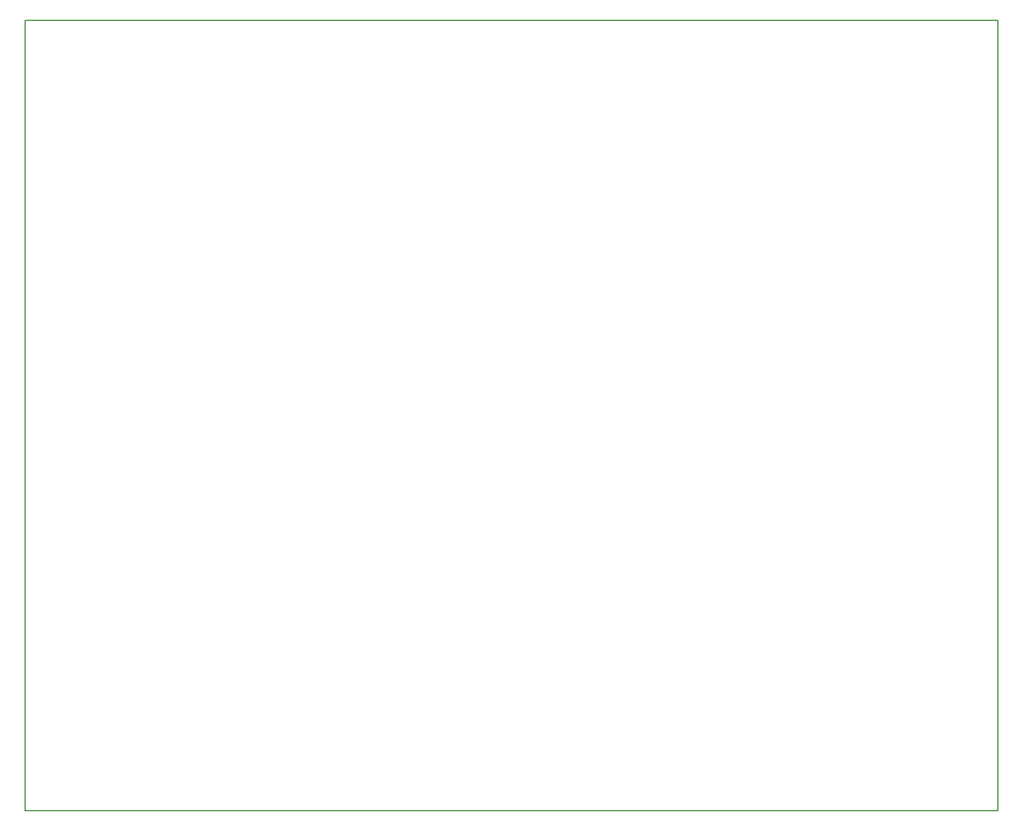
<source format=gbo>
G04 MADE WITH FRITZING*
G04 WWW.FRITZING.ORG*
G04 DOUBLE SIDED*
G04 HOLES PLATED*
G04 CONTOUR ON CENTER OF CONTOUR VECTOR*
%ASAXBY*%
%FSLAX23Y23*%
%MOIN*%
%OFA0B0*%
%SFA1.0B1.0*%
%ADD10R,5.433080X4.409460X5.417080X4.393460*%
%ADD11C,0.008000*%
%ADD12R,0.001000X0.001000*%
%LNSILK0*%
G90*
G70*
G54D11*
X4Y4405D02*
X5429Y4405D01*
X5429Y4D01*
X4Y4D01*
X4Y4405D01*
D02*
G54D12*
D02*
G04 End of Silk0*
M02*
</source>
